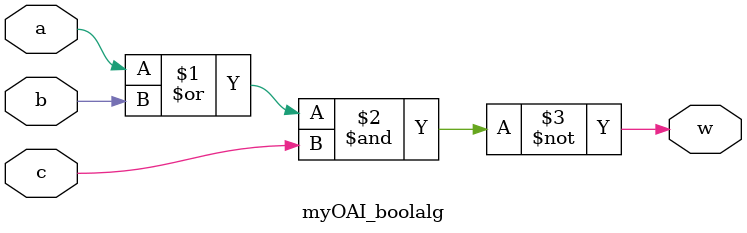
<source format=sv>
`timescale 1ns/1ns
module myOAI_boolalg (input a,b,c, output w);
  assign #(10, 14)  w = ~((a|b)&c);
endmodule
</source>
